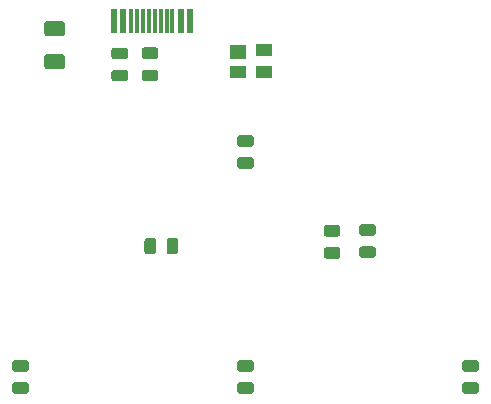
<source format=gtp>
G04 #@! TF.GenerationSoftware,KiCad,Pcbnew,(5.1.5)-3*
G04 #@! TF.CreationDate,2020-03-25T17:20:55+01:00*
G04 #@! TF.ProjectId,4Keys,344b6579-732e-46b6-9963-61645f706362,rev?*
G04 #@! TF.SameCoordinates,Original*
G04 #@! TF.FileFunction,Paste,Top*
G04 #@! TF.FilePolarity,Positive*
%FSLAX46Y46*%
G04 Gerber Fmt 4.6, Leading zero omitted, Abs format (unit mm)*
G04 Created by KiCad (PCBNEW (5.1.5)-3) date 2020-03-25 17:20:55*
%MOMM*%
%LPD*%
G04 APERTURE LIST*
%ADD10R,0.600000X2.000000*%
%ADD11R,0.300000X2.000000*%
%ADD12C,0.100000*%
%ADD13R,1.400000X1.000000*%
%ADD14R,1.400000X1.200000*%
G04 APERTURE END LIST*
D10*
X182512500Y-33370000D03*
X188962500Y-33370000D03*
X183287500Y-33370000D03*
X188187500Y-33370000D03*
D11*
X187487500Y-33370000D03*
X183987500Y-33370000D03*
X186987500Y-33370000D03*
X184487500Y-33370000D03*
X186487500Y-33370000D03*
X184987500Y-33370000D03*
X185487500Y-33370000D03*
X185987500Y-33370000D03*
D12*
G36*
X183500142Y-37508674D02*
G01*
X183523803Y-37512184D01*
X183547007Y-37517996D01*
X183569529Y-37526054D01*
X183591153Y-37536282D01*
X183611670Y-37548579D01*
X183630883Y-37562829D01*
X183648607Y-37578893D01*
X183664671Y-37596617D01*
X183678921Y-37615830D01*
X183691218Y-37636347D01*
X183701446Y-37657971D01*
X183709504Y-37680493D01*
X183715316Y-37703697D01*
X183718826Y-37727358D01*
X183720000Y-37751250D01*
X183720000Y-38238750D01*
X183718826Y-38262642D01*
X183715316Y-38286303D01*
X183709504Y-38309507D01*
X183701446Y-38332029D01*
X183691218Y-38353653D01*
X183678921Y-38374170D01*
X183664671Y-38393383D01*
X183648607Y-38411107D01*
X183630883Y-38427171D01*
X183611670Y-38441421D01*
X183591153Y-38453718D01*
X183569529Y-38463946D01*
X183547007Y-38472004D01*
X183523803Y-38477816D01*
X183500142Y-38481326D01*
X183476250Y-38482500D01*
X182563750Y-38482500D01*
X182539858Y-38481326D01*
X182516197Y-38477816D01*
X182492993Y-38472004D01*
X182470471Y-38463946D01*
X182448847Y-38453718D01*
X182428330Y-38441421D01*
X182409117Y-38427171D01*
X182391393Y-38411107D01*
X182375329Y-38393383D01*
X182361079Y-38374170D01*
X182348782Y-38353653D01*
X182338554Y-38332029D01*
X182330496Y-38309507D01*
X182324684Y-38286303D01*
X182321174Y-38262642D01*
X182320000Y-38238750D01*
X182320000Y-37751250D01*
X182321174Y-37727358D01*
X182324684Y-37703697D01*
X182330496Y-37680493D01*
X182338554Y-37657971D01*
X182348782Y-37636347D01*
X182361079Y-37615830D01*
X182375329Y-37596617D01*
X182391393Y-37578893D01*
X182409117Y-37562829D01*
X182428330Y-37548579D01*
X182448847Y-37536282D01*
X182470471Y-37526054D01*
X182492993Y-37517996D01*
X182516197Y-37512184D01*
X182539858Y-37508674D01*
X182563750Y-37507500D01*
X183476250Y-37507500D01*
X183500142Y-37508674D01*
G37*
G36*
X183500142Y-35633674D02*
G01*
X183523803Y-35637184D01*
X183547007Y-35642996D01*
X183569529Y-35651054D01*
X183591153Y-35661282D01*
X183611670Y-35673579D01*
X183630883Y-35687829D01*
X183648607Y-35703893D01*
X183664671Y-35721617D01*
X183678921Y-35740830D01*
X183691218Y-35761347D01*
X183701446Y-35782971D01*
X183709504Y-35805493D01*
X183715316Y-35828697D01*
X183718826Y-35852358D01*
X183720000Y-35876250D01*
X183720000Y-36363750D01*
X183718826Y-36387642D01*
X183715316Y-36411303D01*
X183709504Y-36434507D01*
X183701446Y-36457029D01*
X183691218Y-36478653D01*
X183678921Y-36499170D01*
X183664671Y-36518383D01*
X183648607Y-36536107D01*
X183630883Y-36552171D01*
X183611670Y-36566421D01*
X183591153Y-36578718D01*
X183569529Y-36588946D01*
X183547007Y-36597004D01*
X183523803Y-36602816D01*
X183500142Y-36606326D01*
X183476250Y-36607500D01*
X182563750Y-36607500D01*
X182539858Y-36606326D01*
X182516197Y-36602816D01*
X182492993Y-36597004D01*
X182470471Y-36588946D01*
X182448847Y-36578718D01*
X182428330Y-36566421D01*
X182409117Y-36552171D01*
X182391393Y-36536107D01*
X182375329Y-36518383D01*
X182361079Y-36499170D01*
X182348782Y-36478653D01*
X182338554Y-36457029D01*
X182330496Y-36434507D01*
X182324684Y-36411303D01*
X182321174Y-36387642D01*
X182320000Y-36363750D01*
X182320000Y-35876250D01*
X182321174Y-35852358D01*
X182324684Y-35828697D01*
X182330496Y-35805493D01*
X182338554Y-35782971D01*
X182348782Y-35761347D01*
X182361079Y-35740830D01*
X182375329Y-35721617D01*
X182391393Y-35703893D01*
X182409117Y-35687829D01*
X182428330Y-35673579D01*
X182448847Y-35661282D01*
X182470471Y-35651054D01*
X182492993Y-35642996D01*
X182516197Y-35637184D01*
X182539858Y-35633674D01*
X182563750Y-35632500D01*
X183476250Y-35632500D01*
X183500142Y-35633674D01*
G37*
G36*
X186070142Y-35603674D02*
G01*
X186093803Y-35607184D01*
X186117007Y-35612996D01*
X186139529Y-35621054D01*
X186161153Y-35631282D01*
X186181670Y-35643579D01*
X186200883Y-35657829D01*
X186218607Y-35673893D01*
X186234671Y-35691617D01*
X186248921Y-35710830D01*
X186261218Y-35731347D01*
X186271446Y-35752971D01*
X186279504Y-35775493D01*
X186285316Y-35798697D01*
X186288826Y-35822358D01*
X186290000Y-35846250D01*
X186290000Y-36333750D01*
X186288826Y-36357642D01*
X186285316Y-36381303D01*
X186279504Y-36404507D01*
X186271446Y-36427029D01*
X186261218Y-36448653D01*
X186248921Y-36469170D01*
X186234671Y-36488383D01*
X186218607Y-36506107D01*
X186200883Y-36522171D01*
X186181670Y-36536421D01*
X186161153Y-36548718D01*
X186139529Y-36558946D01*
X186117007Y-36567004D01*
X186093803Y-36572816D01*
X186070142Y-36576326D01*
X186046250Y-36577500D01*
X185133750Y-36577500D01*
X185109858Y-36576326D01*
X185086197Y-36572816D01*
X185062993Y-36567004D01*
X185040471Y-36558946D01*
X185018847Y-36548718D01*
X184998330Y-36536421D01*
X184979117Y-36522171D01*
X184961393Y-36506107D01*
X184945329Y-36488383D01*
X184931079Y-36469170D01*
X184918782Y-36448653D01*
X184908554Y-36427029D01*
X184900496Y-36404507D01*
X184894684Y-36381303D01*
X184891174Y-36357642D01*
X184890000Y-36333750D01*
X184890000Y-35846250D01*
X184891174Y-35822358D01*
X184894684Y-35798697D01*
X184900496Y-35775493D01*
X184908554Y-35752971D01*
X184918782Y-35731347D01*
X184931079Y-35710830D01*
X184945329Y-35691617D01*
X184961393Y-35673893D01*
X184979117Y-35657829D01*
X184998330Y-35643579D01*
X185018847Y-35631282D01*
X185040471Y-35621054D01*
X185062993Y-35612996D01*
X185086197Y-35607184D01*
X185109858Y-35603674D01*
X185133750Y-35602500D01*
X186046250Y-35602500D01*
X186070142Y-35603674D01*
G37*
G36*
X186070142Y-37478674D02*
G01*
X186093803Y-37482184D01*
X186117007Y-37487996D01*
X186139529Y-37496054D01*
X186161153Y-37506282D01*
X186181670Y-37518579D01*
X186200883Y-37532829D01*
X186218607Y-37548893D01*
X186234671Y-37566617D01*
X186248921Y-37585830D01*
X186261218Y-37606347D01*
X186271446Y-37627971D01*
X186279504Y-37650493D01*
X186285316Y-37673697D01*
X186288826Y-37697358D01*
X186290000Y-37721250D01*
X186290000Y-38208750D01*
X186288826Y-38232642D01*
X186285316Y-38256303D01*
X186279504Y-38279507D01*
X186271446Y-38302029D01*
X186261218Y-38323653D01*
X186248921Y-38344170D01*
X186234671Y-38363383D01*
X186218607Y-38381107D01*
X186200883Y-38397171D01*
X186181670Y-38411421D01*
X186161153Y-38423718D01*
X186139529Y-38433946D01*
X186117007Y-38442004D01*
X186093803Y-38447816D01*
X186070142Y-38451326D01*
X186046250Y-38452500D01*
X185133750Y-38452500D01*
X185109858Y-38451326D01*
X185086197Y-38447816D01*
X185062993Y-38442004D01*
X185040471Y-38433946D01*
X185018847Y-38423718D01*
X184998330Y-38411421D01*
X184979117Y-38397171D01*
X184961393Y-38381107D01*
X184945329Y-38363383D01*
X184931079Y-38344170D01*
X184918782Y-38323653D01*
X184908554Y-38302029D01*
X184900496Y-38279507D01*
X184894684Y-38256303D01*
X184891174Y-38232642D01*
X184890000Y-38208750D01*
X184890000Y-37721250D01*
X184891174Y-37697358D01*
X184894684Y-37673697D01*
X184900496Y-37650493D01*
X184908554Y-37627971D01*
X184918782Y-37606347D01*
X184931079Y-37585830D01*
X184945329Y-37566617D01*
X184961393Y-37548893D01*
X184979117Y-37532829D01*
X184998330Y-37518579D01*
X185018847Y-37506282D01*
X185040471Y-37496054D01*
X185062993Y-37487996D01*
X185086197Y-37482184D01*
X185109858Y-37478674D01*
X185133750Y-37477500D01*
X186046250Y-37477500D01*
X186070142Y-37478674D01*
G37*
G36*
X201480142Y-50638674D02*
G01*
X201503803Y-50642184D01*
X201527007Y-50647996D01*
X201549529Y-50656054D01*
X201571153Y-50666282D01*
X201591670Y-50678579D01*
X201610883Y-50692829D01*
X201628607Y-50708893D01*
X201644671Y-50726617D01*
X201658921Y-50745830D01*
X201671218Y-50766347D01*
X201681446Y-50787971D01*
X201689504Y-50810493D01*
X201695316Y-50833697D01*
X201698826Y-50857358D01*
X201700000Y-50881250D01*
X201700000Y-51368750D01*
X201698826Y-51392642D01*
X201695316Y-51416303D01*
X201689504Y-51439507D01*
X201681446Y-51462029D01*
X201671218Y-51483653D01*
X201658921Y-51504170D01*
X201644671Y-51523383D01*
X201628607Y-51541107D01*
X201610883Y-51557171D01*
X201591670Y-51571421D01*
X201571153Y-51583718D01*
X201549529Y-51593946D01*
X201527007Y-51602004D01*
X201503803Y-51607816D01*
X201480142Y-51611326D01*
X201456250Y-51612500D01*
X200543750Y-51612500D01*
X200519858Y-51611326D01*
X200496197Y-51607816D01*
X200472993Y-51602004D01*
X200450471Y-51593946D01*
X200428847Y-51583718D01*
X200408330Y-51571421D01*
X200389117Y-51557171D01*
X200371393Y-51541107D01*
X200355329Y-51523383D01*
X200341079Y-51504170D01*
X200328782Y-51483653D01*
X200318554Y-51462029D01*
X200310496Y-51439507D01*
X200304684Y-51416303D01*
X200301174Y-51392642D01*
X200300000Y-51368750D01*
X200300000Y-50881250D01*
X200301174Y-50857358D01*
X200304684Y-50833697D01*
X200310496Y-50810493D01*
X200318554Y-50787971D01*
X200328782Y-50766347D01*
X200341079Y-50745830D01*
X200355329Y-50726617D01*
X200371393Y-50708893D01*
X200389117Y-50692829D01*
X200408330Y-50678579D01*
X200428847Y-50666282D01*
X200450471Y-50656054D01*
X200472993Y-50647996D01*
X200496197Y-50642184D01*
X200519858Y-50638674D01*
X200543750Y-50637500D01*
X201456250Y-50637500D01*
X201480142Y-50638674D01*
G37*
G36*
X201480142Y-52513674D02*
G01*
X201503803Y-52517184D01*
X201527007Y-52522996D01*
X201549529Y-52531054D01*
X201571153Y-52541282D01*
X201591670Y-52553579D01*
X201610883Y-52567829D01*
X201628607Y-52583893D01*
X201644671Y-52601617D01*
X201658921Y-52620830D01*
X201671218Y-52641347D01*
X201681446Y-52662971D01*
X201689504Y-52685493D01*
X201695316Y-52708697D01*
X201698826Y-52732358D01*
X201700000Y-52756250D01*
X201700000Y-53243750D01*
X201698826Y-53267642D01*
X201695316Y-53291303D01*
X201689504Y-53314507D01*
X201681446Y-53337029D01*
X201671218Y-53358653D01*
X201658921Y-53379170D01*
X201644671Y-53398383D01*
X201628607Y-53416107D01*
X201610883Y-53432171D01*
X201591670Y-53446421D01*
X201571153Y-53458718D01*
X201549529Y-53468946D01*
X201527007Y-53477004D01*
X201503803Y-53482816D01*
X201480142Y-53486326D01*
X201456250Y-53487500D01*
X200543750Y-53487500D01*
X200519858Y-53486326D01*
X200496197Y-53482816D01*
X200472993Y-53477004D01*
X200450471Y-53468946D01*
X200428847Y-53458718D01*
X200408330Y-53446421D01*
X200389117Y-53432171D01*
X200371393Y-53416107D01*
X200355329Y-53398383D01*
X200341079Y-53379170D01*
X200328782Y-53358653D01*
X200318554Y-53337029D01*
X200310496Y-53314507D01*
X200304684Y-53291303D01*
X200301174Y-53267642D01*
X200300000Y-53243750D01*
X200300000Y-52756250D01*
X200301174Y-52732358D01*
X200304684Y-52708697D01*
X200310496Y-52685493D01*
X200318554Y-52662971D01*
X200328782Y-52641347D01*
X200341079Y-52620830D01*
X200355329Y-52601617D01*
X200371393Y-52583893D01*
X200389117Y-52567829D01*
X200408330Y-52553579D01*
X200428847Y-52541282D01*
X200450471Y-52531054D01*
X200472993Y-52522996D01*
X200496197Y-52517184D01*
X200519858Y-52513674D01*
X200543750Y-52512500D01*
X201456250Y-52512500D01*
X201480142Y-52513674D01*
G37*
G36*
X204480142Y-50576174D02*
G01*
X204503803Y-50579684D01*
X204527007Y-50585496D01*
X204549529Y-50593554D01*
X204571153Y-50603782D01*
X204591670Y-50616079D01*
X204610883Y-50630329D01*
X204628607Y-50646393D01*
X204644671Y-50664117D01*
X204658921Y-50683330D01*
X204671218Y-50703847D01*
X204681446Y-50725471D01*
X204689504Y-50747993D01*
X204695316Y-50771197D01*
X204698826Y-50794858D01*
X204700000Y-50818750D01*
X204700000Y-51306250D01*
X204698826Y-51330142D01*
X204695316Y-51353803D01*
X204689504Y-51377007D01*
X204681446Y-51399529D01*
X204671218Y-51421153D01*
X204658921Y-51441670D01*
X204644671Y-51460883D01*
X204628607Y-51478607D01*
X204610883Y-51494671D01*
X204591670Y-51508921D01*
X204571153Y-51521218D01*
X204549529Y-51531446D01*
X204527007Y-51539504D01*
X204503803Y-51545316D01*
X204480142Y-51548826D01*
X204456250Y-51550000D01*
X203543750Y-51550000D01*
X203519858Y-51548826D01*
X203496197Y-51545316D01*
X203472993Y-51539504D01*
X203450471Y-51531446D01*
X203428847Y-51521218D01*
X203408330Y-51508921D01*
X203389117Y-51494671D01*
X203371393Y-51478607D01*
X203355329Y-51460883D01*
X203341079Y-51441670D01*
X203328782Y-51421153D01*
X203318554Y-51399529D01*
X203310496Y-51377007D01*
X203304684Y-51353803D01*
X203301174Y-51330142D01*
X203300000Y-51306250D01*
X203300000Y-50818750D01*
X203301174Y-50794858D01*
X203304684Y-50771197D01*
X203310496Y-50747993D01*
X203318554Y-50725471D01*
X203328782Y-50703847D01*
X203341079Y-50683330D01*
X203355329Y-50664117D01*
X203371393Y-50646393D01*
X203389117Y-50630329D01*
X203408330Y-50616079D01*
X203428847Y-50603782D01*
X203450471Y-50593554D01*
X203472993Y-50585496D01*
X203496197Y-50579684D01*
X203519858Y-50576174D01*
X203543750Y-50575000D01*
X204456250Y-50575000D01*
X204480142Y-50576174D01*
G37*
G36*
X204480142Y-52451174D02*
G01*
X204503803Y-52454684D01*
X204527007Y-52460496D01*
X204549529Y-52468554D01*
X204571153Y-52478782D01*
X204591670Y-52491079D01*
X204610883Y-52505329D01*
X204628607Y-52521393D01*
X204644671Y-52539117D01*
X204658921Y-52558330D01*
X204671218Y-52578847D01*
X204681446Y-52600471D01*
X204689504Y-52622993D01*
X204695316Y-52646197D01*
X204698826Y-52669858D01*
X204700000Y-52693750D01*
X204700000Y-53181250D01*
X204698826Y-53205142D01*
X204695316Y-53228803D01*
X204689504Y-53252007D01*
X204681446Y-53274529D01*
X204671218Y-53296153D01*
X204658921Y-53316670D01*
X204644671Y-53335883D01*
X204628607Y-53353607D01*
X204610883Y-53369671D01*
X204591670Y-53383921D01*
X204571153Y-53396218D01*
X204549529Y-53406446D01*
X204527007Y-53414504D01*
X204503803Y-53420316D01*
X204480142Y-53423826D01*
X204456250Y-53425000D01*
X203543750Y-53425000D01*
X203519858Y-53423826D01*
X203496197Y-53420316D01*
X203472993Y-53414504D01*
X203450471Y-53406446D01*
X203428847Y-53396218D01*
X203408330Y-53383921D01*
X203389117Y-53369671D01*
X203371393Y-53353607D01*
X203355329Y-53335883D01*
X203341079Y-53316670D01*
X203328782Y-53296153D01*
X203318554Y-53274529D01*
X203310496Y-53252007D01*
X203304684Y-53228803D01*
X203301174Y-53205142D01*
X203300000Y-53181250D01*
X203300000Y-52693750D01*
X203301174Y-52669858D01*
X203304684Y-52646197D01*
X203310496Y-52622993D01*
X203318554Y-52600471D01*
X203328782Y-52578847D01*
X203341079Y-52558330D01*
X203355329Y-52539117D01*
X203371393Y-52521393D01*
X203389117Y-52505329D01*
X203408330Y-52491079D01*
X203428847Y-52478782D01*
X203450471Y-52468554D01*
X203472993Y-52460496D01*
X203496197Y-52454684D01*
X203519858Y-52451174D01*
X203543750Y-52450000D01*
X204456250Y-52450000D01*
X204480142Y-52451174D01*
G37*
G36*
X178149504Y-33376204D02*
G01*
X178173773Y-33379804D01*
X178197571Y-33385765D01*
X178220671Y-33394030D01*
X178242849Y-33404520D01*
X178263893Y-33417133D01*
X178283598Y-33431747D01*
X178301777Y-33448223D01*
X178318253Y-33466402D01*
X178332867Y-33486107D01*
X178345480Y-33507151D01*
X178355970Y-33529329D01*
X178364235Y-33552429D01*
X178370196Y-33576227D01*
X178373796Y-33600496D01*
X178375000Y-33625000D01*
X178375000Y-34375000D01*
X178373796Y-34399504D01*
X178370196Y-34423773D01*
X178364235Y-34447571D01*
X178355970Y-34470671D01*
X178345480Y-34492849D01*
X178332867Y-34513893D01*
X178318253Y-34533598D01*
X178301777Y-34551777D01*
X178283598Y-34568253D01*
X178263893Y-34582867D01*
X178242849Y-34595480D01*
X178220671Y-34605970D01*
X178197571Y-34614235D01*
X178173773Y-34620196D01*
X178149504Y-34623796D01*
X178125000Y-34625000D01*
X176875000Y-34625000D01*
X176850496Y-34623796D01*
X176826227Y-34620196D01*
X176802429Y-34614235D01*
X176779329Y-34605970D01*
X176757151Y-34595480D01*
X176736107Y-34582867D01*
X176716402Y-34568253D01*
X176698223Y-34551777D01*
X176681747Y-34533598D01*
X176667133Y-34513893D01*
X176654520Y-34492849D01*
X176644030Y-34470671D01*
X176635765Y-34447571D01*
X176629804Y-34423773D01*
X176626204Y-34399504D01*
X176625000Y-34375000D01*
X176625000Y-33625000D01*
X176626204Y-33600496D01*
X176629804Y-33576227D01*
X176635765Y-33552429D01*
X176644030Y-33529329D01*
X176654520Y-33507151D01*
X176667133Y-33486107D01*
X176681747Y-33466402D01*
X176698223Y-33448223D01*
X176716402Y-33431747D01*
X176736107Y-33417133D01*
X176757151Y-33404520D01*
X176779329Y-33394030D01*
X176802429Y-33385765D01*
X176826227Y-33379804D01*
X176850496Y-33376204D01*
X176875000Y-33375000D01*
X178125000Y-33375000D01*
X178149504Y-33376204D01*
G37*
G36*
X178149504Y-36176204D02*
G01*
X178173773Y-36179804D01*
X178197571Y-36185765D01*
X178220671Y-36194030D01*
X178242849Y-36204520D01*
X178263893Y-36217133D01*
X178283598Y-36231747D01*
X178301777Y-36248223D01*
X178318253Y-36266402D01*
X178332867Y-36286107D01*
X178345480Y-36307151D01*
X178355970Y-36329329D01*
X178364235Y-36352429D01*
X178370196Y-36376227D01*
X178373796Y-36400496D01*
X178375000Y-36425000D01*
X178375000Y-37175000D01*
X178373796Y-37199504D01*
X178370196Y-37223773D01*
X178364235Y-37247571D01*
X178355970Y-37270671D01*
X178345480Y-37292849D01*
X178332867Y-37313893D01*
X178318253Y-37333598D01*
X178301777Y-37351777D01*
X178283598Y-37368253D01*
X178263893Y-37382867D01*
X178242849Y-37395480D01*
X178220671Y-37405970D01*
X178197571Y-37414235D01*
X178173773Y-37420196D01*
X178149504Y-37423796D01*
X178125000Y-37425000D01*
X176875000Y-37425000D01*
X176850496Y-37423796D01*
X176826227Y-37420196D01*
X176802429Y-37414235D01*
X176779329Y-37405970D01*
X176757151Y-37395480D01*
X176736107Y-37382867D01*
X176716402Y-37368253D01*
X176698223Y-37351777D01*
X176681747Y-37333598D01*
X176667133Y-37313893D01*
X176654520Y-37292849D01*
X176644030Y-37270671D01*
X176635765Y-37247571D01*
X176629804Y-37223773D01*
X176626204Y-37199504D01*
X176625000Y-37175000D01*
X176625000Y-36425000D01*
X176626204Y-36400496D01*
X176629804Y-36376227D01*
X176635765Y-36352429D01*
X176644030Y-36329329D01*
X176654520Y-36307151D01*
X176667133Y-36286107D01*
X176681747Y-36266402D01*
X176698223Y-36248223D01*
X176716402Y-36231747D01*
X176736107Y-36217133D01*
X176757151Y-36204520D01*
X176779329Y-36194030D01*
X176802429Y-36185765D01*
X176826227Y-36179804D01*
X176850496Y-36176204D01*
X176875000Y-36175000D01*
X178125000Y-36175000D01*
X178149504Y-36176204D01*
G37*
G36*
X213205142Y-62076174D02*
G01*
X213228803Y-62079684D01*
X213252007Y-62085496D01*
X213274529Y-62093554D01*
X213296153Y-62103782D01*
X213316670Y-62116079D01*
X213335883Y-62130329D01*
X213353607Y-62146393D01*
X213369671Y-62164117D01*
X213383921Y-62183330D01*
X213396218Y-62203847D01*
X213406446Y-62225471D01*
X213414504Y-62247993D01*
X213420316Y-62271197D01*
X213423826Y-62294858D01*
X213425000Y-62318750D01*
X213425000Y-62806250D01*
X213423826Y-62830142D01*
X213420316Y-62853803D01*
X213414504Y-62877007D01*
X213406446Y-62899529D01*
X213396218Y-62921153D01*
X213383921Y-62941670D01*
X213369671Y-62960883D01*
X213353607Y-62978607D01*
X213335883Y-62994671D01*
X213316670Y-63008921D01*
X213296153Y-63021218D01*
X213274529Y-63031446D01*
X213252007Y-63039504D01*
X213228803Y-63045316D01*
X213205142Y-63048826D01*
X213181250Y-63050000D01*
X212268750Y-63050000D01*
X212244858Y-63048826D01*
X212221197Y-63045316D01*
X212197993Y-63039504D01*
X212175471Y-63031446D01*
X212153847Y-63021218D01*
X212133330Y-63008921D01*
X212114117Y-62994671D01*
X212096393Y-62978607D01*
X212080329Y-62960883D01*
X212066079Y-62941670D01*
X212053782Y-62921153D01*
X212043554Y-62899529D01*
X212035496Y-62877007D01*
X212029684Y-62853803D01*
X212026174Y-62830142D01*
X212025000Y-62806250D01*
X212025000Y-62318750D01*
X212026174Y-62294858D01*
X212029684Y-62271197D01*
X212035496Y-62247993D01*
X212043554Y-62225471D01*
X212053782Y-62203847D01*
X212066079Y-62183330D01*
X212080329Y-62164117D01*
X212096393Y-62146393D01*
X212114117Y-62130329D01*
X212133330Y-62116079D01*
X212153847Y-62103782D01*
X212175471Y-62093554D01*
X212197993Y-62085496D01*
X212221197Y-62079684D01*
X212244858Y-62076174D01*
X212268750Y-62075000D01*
X213181250Y-62075000D01*
X213205142Y-62076174D01*
G37*
G36*
X213205142Y-63951174D02*
G01*
X213228803Y-63954684D01*
X213252007Y-63960496D01*
X213274529Y-63968554D01*
X213296153Y-63978782D01*
X213316670Y-63991079D01*
X213335883Y-64005329D01*
X213353607Y-64021393D01*
X213369671Y-64039117D01*
X213383921Y-64058330D01*
X213396218Y-64078847D01*
X213406446Y-64100471D01*
X213414504Y-64122993D01*
X213420316Y-64146197D01*
X213423826Y-64169858D01*
X213425000Y-64193750D01*
X213425000Y-64681250D01*
X213423826Y-64705142D01*
X213420316Y-64728803D01*
X213414504Y-64752007D01*
X213406446Y-64774529D01*
X213396218Y-64796153D01*
X213383921Y-64816670D01*
X213369671Y-64835883D01*
X213353607Y-64853607D01*
X213335883Y-64869671D01*
X213316670Y-64883921D01*
X213296153Y-64896218D01*
X213274529Y-64906446D01*
X213252007Y-64914504D01*
X213228803Y-64920316D01*
X213205142Y-64923826D01*
X213181250Y-64925000D01*
X212268750Y-64925000D01*
X212244858Y-64923826D01*
X212221197Y-64920316D01*
X212197993Y-64914504D01*
X212175471Y-64906446D01*
X212153847Y-64896218D01*
X212133330Y-64883921D01*
X212114117Y-64869671D01*
X212096393Y-64853607D01*
X212080329Y-64835883D01*
X212066079Y-64816670D01*
X212053782Y-64796153D01*
X212043554Y-64774529D01*
X212035496Y-64752007D01*
X212029684Y-64728803D01*
X212026174Y-64705142D01*
X212025000Y-64681250D01*
X212025000Y-64193750D01*
X212026174Y-64169858D01*
X212029684Y-64146197D01*
X212035496Y-64122993D01*
X212043554Y-64100471D01*
X212053782Y-64078847D01*
X212066079Y-64058330D01*
X212080329Y-64039117D01*
X212096393Y-64021393D01*
X212114117Y-64005329D01*
X212133330Y-63991079D01*
X212153847Y-63978782D01*
X212175471Y-63968554D01*
X212197993Y-63960496D01*
X212221197Y-63954684D01*
X212244858Y-63951174D01*
X212268750Y-63950000D01*
X213181250Y-63950000D01*
X213205142Y-63951174D01*
G37*
G36*
X175105142Y-62076174D02*
G01*
X175128803Y-62079684D01*
X175152007Y-62085496D01*
X175174529Y-62093554D01*
X175196153Y-62103782D01*
X175216670Y-62116079D01*
X175235883Y-62130329D01*
X175253607Y-62146393D01*
X175269671Y-62164117D01*
X175283921Y-62183330D01*
X175296218Y-62203847D01*
X175306446Y-62225471D01*
X175314504Y-62247993D01*
X175320316Y-62271197D01*
X175323826Y-62294858D01*
X175325000Y-62318750D01*
X175325000Y-62806250D01*
X175323826Y-62830142D01*
X175320316Y-62853803D01*
X175314504Y-62877007D01*
X175306446Y-62899529D01*
X175296218Y-62921153D01*
X175283921Y-62941670D01*
X175269671Y-62960883D01*
X175253607Y-62978607D01*
X175235883Y-62994671D01*
X175216670Y-63008921D01*
X175196153Y-63021218D01*
X175174529Y-63031446D01*
X175152007Y-63039504D01*
X175128803Y-63045316D01*
X175105142Y-63048826D01*
X175081250Y-63050000D01*
X174168750Y-63050000D01*
X174144858Y-63048826D01*
X174121197Y-63045316D01*
X174097993Y-63039504D01*
X174075471Y-63031446D01*
X174053847Y-63021218D01*
X174033330Y-63008921D01*
X174014117Y-62994671D01*
X173996393Y-62978607D01*
X173980329Y-62960883D01*
X173966079Y-62941670D01*
X173953782Y-62921153D01*
X173943554Y-62899529D01*
X173935496Y-62877007D01*
X173929684Y-62853803D01*
X173926174Y-62830142D01*
X173925000Y-62806250D01*
X173925000Y-62318750D01*
X173926174Y-62294858D01*
X173929684Y-62271197D01*
X173935496Y-62247993D01*
X173943554Y-62225471D01*
X173953782Y-62203847D01*
X173966079Y-62183330D01*
X173980329Y-62164117D01*
X173996393Y-62146393D01*
X174014117Y-62130329D01*
X174033330Y-62116079D01*
X174053847Y-62103782D01*
X174075471Y-62093554D01*
X174097993Y-62085496D01*
X174121197Y-62079684D01*
X174144858Y-62076174D01*
X174168750Y-62075000D01*
X175081250Y-62075000D01*
X175105142Y-62076174D01*
G37*
G36*
X175105142Y-63951174D02*
G01*
X175128803Y-63954684D01*
X175152007Y-63960496D01*
X175174529Y-63968554D01*
X175196153Y-63978782D01*
X175216670Y-63991079D01*
X175235883Y-64005329D01*
X175253607Y-64021393D01*
X175269671Y-64039117D01*
X175283921Y-64058330D01*
X175296218Y-64078847D01*
X175306446Y-64100471D01*
X175314504Y-64122993D01*
X175320316Y-64146197D01*
X175323826Y-64169858D01*
X175325000Y-64193750D01*
X175325000Y-64681250D01*
X175323826Y-64705142D01*
X175320316Y-64728803D01*
X175314504Y-64752007D01*
X175306446Y-64774529D01*
X175296218Y-64796153D01*
X175283921Y-64816670D01*
X175269671Y-64835883D01*
X175253607Y-64853607D01*
X175235883Y-64869671D01*
X175216670Y-64883921D01*
X175196153Y-64896218D01*
X175174529Y-64906446D01*
X175152007Y-64914504D01*
X175128803Y-64920316D01*
X175105142Y-64923826D01*
X175081250Y-64925000D01*
X174168750Y-64925000D01*
X174144858Y-64923826D01*
X174121197Y-64920316D01*
X174097993Y-64914504D01*
X174075471Y-64906446D01*
X174053847Y-64896218D01*
X174033330Y-64883921D01*
X174014117Y-64869671D01*
X173996393Y-64853607D01*
X173980329Y-64835883D01*
X173966079Y-64816670D01*
X173953782Y-64796153D01*
X173943554Y-64774529D01*
X173935496Y-64752007D01*
X173929684Y-64728803D01*
X173926174Y-64705142D01*
X173925000Y-64681250D01*
X173925000Y-64193750D01*
X173926174Y-64169858D01*
X173929684Y-64146197D01*
X173935496Y-64122993D01*
X173943554Y-64100471D01*
X173953782Y-64078847D01*
X173966079Y-64058330D01*
X173980329Y-64039117D01*
X173996393Y-64021393D01*
X174014117Y-64005329D01*
X174033330Y-63991079D01*
X174053847Y-63978782D01*
X174075471Y-63968554D01*
X174097993Y-63960496D01*
X174121197Y-63954684D01*
X174144858Y-63951174D01*
X174168750Y-63950000D01*
X175081250Y-63950000D01*
X175105142Y-63951174D01*
G37*
G36*
X194155142Y-62076174D02*
G01*
X194178803Y-62079684D01*
X194202007Y-62085496D01*
X194224529Y-62093554D01*
X194246153Y-62103782D01*
X194266670Y-62116079D01*
X194285883Y-62130329D01*
X194303607Y-62146393D01*
X194319671Y-62164117D01*
X194333921Y-62183330D01*
X194346218Y-62203847D01*
X194356446Y-62225471D01*
X194364504Y-62247993D01*
X194370316Y-62271197D01*
X194373826Y-62294858D01*
X194375000Y-62318750D01*
X194375000Y-62806250D01*
X194373826Y-62830142D01*
X194370316Y-62853803D01*
X194364504Y-62877007D01*
X194356446Y-62899529D01*
X194346218Y-62921153D01*
X194333921Y-62941670D01*
X194319671Y-62960883D01*
X194303607Y-62978607D01*
X194285883Y-62994671D01*
X194266670Y-63008921D01*
X194246153Y-63021218D01*
X194224529Y-63031446D01*
X194202007Y-63039504D01*
X194178803Y-63045316D01*
X194155142Y-63048826D01*
X194131250Y-63050000D01*
X193218750Y-63050000D01*
X193194858Y-63048826D01*
X193171197Y-63045316D01*
X193147993Y-63039504D01*
X193125471Y-63031446D01*
X193103847Y-63021218D01*
X193083330Y-63008921D01*
X193064117Y-62994671D01*
X193046393Y-62978607D01*
X193030329Y-62960883D01*
X193016079Y-62941670D01*
X193003782Y-62921153D01*
X192993554Y-62899529D01*
X192985496Y-62877007D01*
X192979684Y-62853803D01*
X192976174Y-62830142D01*
X192975000Y-62806250D01*
X192975000Y-62318750D01*
X192976174Y-62294858D01*
X192979684Y-62271197D01*
X192985496Y-62247993D01*
X192993554Y-62225471D01*
X193003782Y-62203847D01*
X193016079Y-62183330D01*
X193030329Y-62164117D01*
X193046393Y-62146393D01*
X193064117Y-62130329D01*
X193083330Y-62116079D01*
X193103847Y-62103782D01*
X193125471Y-62093554D01*
X193147993Y-62085496D01*
X193171197Y-62079684D01*
X193194858Y-62076174D01*
X193218750Y-62075000D01*
X194131250Y-62075000D01*
X194155142Y-62076174D01*
G37*
G36*
X194155142Y-63951174D02*
G01*
X194178803Y-63954684D01*
X194202007Y-63960496D01*
X194224529Y-63968554D01*
X194246153Y-63978782D01*
X194266670Y-63991079D01*
X194285883Y-64005329D01*
X194303607Y-64021393D01*
X194319671Y-64039117D01*
X194333921Y-64058330D01*
X194346218Y-64078847D01*
X194356446Y-64100471D01*
X194364504Y-64122993D01*
X194370316Y-64146197D01*
X194373826Y-64169858D01*
X194375000Y-64193750D01*
X194375000Y-64681250D01*
X194373826Y-64705142D01*
X194370316Y-64728803D01*
X194364504Y-64752007D01*
X194356446Y-64774529D01*
X194346218Y-64796153D01*
X194333921Y-64816670D01*
X194319671Y-64835883D01*
X194303607Y-64853607D01*
X194285883Y-64869671D01*
X194266670Y-64883921D01*
X194246153Y-64896218D01*
X194224529Y-64906446D01*
X194202007Y-64914504D01*
X194178803Y-64920316D01*
X194155142Y-64923826D01*
X194131250Y-64925000D01*
X193218750Y-64925000D01*
X193194858Y-64923826D01*
X193171197Y-64920316D01*
X193147993Y-64914504D01*
X193125471Y-64906446D01*
X193103847Y-64896218D01*
X193083330Y-64883921D01*
X193064117Y-64869671D01*
X193046393Y-64853607D01*
X193030329Y-64835883D01*
X193016079Y-64816670D01*
X193003782Y-64796153D01*
X192993554Y-64774529D01*
X192985496Y-64752007D01*
X192979684Y-64728803D01*
X192976174Y-64705142D01*
X192975000Y-64681250D01*
X192975000Y-64193750D01*
X192976174Y-64169858D01*
X192979684Y-64146197D01*
X192985496Y-64122993D01*
X192993554Y-64100471D01*
X193003782Y-64078847D01*
X193016079Y-64058330D01*
X193030329Y-64039117D01*
X193046393Y-64021393D01*
X193064117Y-64005329D01*
X193083330Y-63991079D01*
X193103847Y-63978782D01*
X193125471Y-63968554D01*
X193147993Y-63960496D01*
X193171197Y-63954684D01*
X193194858Y-63951174D01*
X193218750Y-63950000D01*
X194131250Y-63950000D01*
X194155142Y-63951174D01*
G37*
G36*
X194155142Y-43026174D02*
G01*
X194178803Y-43029684D01*
X194202007Y-43035496D01*
X194224529Y-43043554D01*
X194246153Y-43053782D01*
X194266670Y-43066079D01*
X194285883Y-43080329D01*
X194303607Y-43096393D01*
X194319671Y-43114117D01*
X194333921Y-43133330D01*
X194346218Y-43153847D01*
X194356446Y-43175471D01*
X194364504Y-43197993D01*
X194370316Y-43221197D01*
X194373826Y-43244858D01*
X194375000Y-43268750D01*
X194375000Y-43756250D01*
X194373826Y-43780142D01*
X194370316Y-43803803D01*
X194364504Y-43827007D01*
X194356446Y-43849529D01*
X194346218Y-43871153D01*
X194333921Y-43891670D01*
X194319671Y-43910883D01*
X194303607Y-43928607D01*
X194285883Y-43944671D01*
X194266670Y-43958921D01*
X194246153Y-43971218D01*
X194224529Y-43981446D01*
X194202007Y-43989504D01*
X194178803Y-43995316D01*
X194155142Y-43998826D01*
X194131250Y-44000000D01*
X193218750Y-44000000D01*
X193194858Y-43998826D01*
X193171197Y-43995316D01*
X193147993Y-43989504D01*
X193125471Y-43981446D01*
X193103847Y-43971218D01*
X193083330Y-43958921D01*
X193064117Y-43944671D01*
X193046393Y-43928607D01*
X193030329Y-43910883D01*
X193016079Y-43891670D01*
X193003782Y-43871153D01*
X192993554Y-43849529D01*
X192985496Y-43827007D01*
X192979684Y-43803803D01*
X192976174Y-43780142D01*
X192975000Y-43756250D01*
X192975000Y-43268750D01*
X192976174Y-43244858D01*
X192979684Y-43221197D01*
X192985496Y-43197993D01*
X192993554Y-43175471D01*
X193003782Y-43153847D01*
X193016079Y-43133330D01*
X193030329Y-43114117D01*
X193046393Y-43096393D01*
X193064117Y-43080329D01*
X193083330Y-43066079D01*
X193103847Y-43053782D01*
X193125471Y-43043554D01*
X193147993Y-43035496D01*
X193171197Y-43029684D01*
X193194858Y-43026174D01*
X193218750Y-43025000D01*
X194131250Y-43025000D01*
X194155142Y-43026174D01*
G37*
G36*
X194155142Y-44901174D02*
G01*
X194178803Y-44904684D01*
X194202007Y-44910496D01*
X194224529Y-44918554D01*
X194246153Y-44928782D01*
X194266670Y-44941079D01*
X194285883Y-44955329D01*
X194303607Y-44971393D01*
X194319671Y-44989117D01*
X194333921Y-45008330D01*
X194346218Y-45028847D01*
X194356446Y-45050471D01*
X194364504Y-45072993D01*
X194370316Y-45096197D01*
X194373826Y-45119858D01*
X194375000Y-45143750D01*
X194375000Y-45631250D01*
X194373826Y-45655142D01*
X194370316Y-45678803D01*
X194364504Y-45702007D01*
X194356446Y-45724529D01*
X194346218Y-45746153D01*
X194333921Y-45766670D01*
X194319671Y-45785883D01*
X194303607Y-45803607D01*
X194285883Y-45819671D01*
X194266670Y-45833921D01*
X194246153Y-45846218D01*
X194224529Y-45856446D01*
X194202007Y-45864504D01*
X194178803Y-45870316D01*
X194155142Y-45873826D01*
X194131250Y-45875000D01*
X193218750Y-45875000D01*
X193194858Y-45873826D01*
X193171197Y-45870316D01*
X193147993Y-45864504D01*
X193125471Y-45856446D01*
X193103847Y-45846218D01*
X193083330Y-45833921D01*
X193064117Y-45819671D01*
X193046393Y-45803607D01*
X193030329Y-45785883D01*
X193016079Y-45766670D01*
X193003782Y-45746153D01*
X192993554Y-45724529D01*
X192985496Y-45702007D01*
X192979684Y-45678803D01*
X192976174Y-45655142D01*
X192975000Y-45631250D01*
X192975000Y-45143750D01*
X192976174Y-45119858D01*
X192979684Y-45096197D01*
X192985496Y-45072993D01*
X192993554Y-45050471D01*
X193003782Y-45028847D01*
X193016079Y-45008330D01*
X193030329Y-44989117D01*
X193046393Y-44971393D01*
X193064117Y-44955329D01*
X193083330Y-44941079D01*
X193103847Y-44928782D01*
X193125471Y-44918554D01*
X193147993Y-44910496D01*
X193171197Y-44904684D01*
X193194858Y-44901174D01*
X193218750Y-44900000D01*
X194131250Y-44900000D01*
X194155142Y-44901174D01*
G37*
D13*
X195200000Y-35820000D03*
X195200000Y-37720000D03*
X193000000Y-37720000D03*
D14*
X193000000Y-36000000D03*
D12*
G36*
X185872642Y-51731174D02*
G01*
X185896303Y-51734684D01*
X185919507Y-51740496D01*
X185942029Y-51748554D01*
X185963653Y-51758782D01*
X185984170Y-51771079D01*
X186003383Y-51785329D01*
X186021107Y-51801393D01*
X186037171Y-51819117D01*
X186051421Y-51838330D01*
X186063718Y-51858847D01*
X186073946Y-51880471D01*
X186082004Y-51902993D01*
X186087816Y-51926197D01*
X186091326Y-51949858D01*
X186092500Y-51973750D01*
X186092500Y-52886250D01*
X186091326Y-52910142D01*
X186087816Y-52933803D01*
X186082004Y-52957007D01*
X186073946Y-52979529D01*
X186063718Y-53001153D01*
X186051421Y-53021670D01*
X186037171Y-53040883D01*
X186021107Y-53058607D01*
X186003383Y-53074671D01*
X185984170Y-53088921D01*
X185963653Y-53101218D01*
X185942029Y-53111446D01*
X185919507Y-53119504D01*
X185896303Y-53125316D01*
X185872642Y-53128826D01*
X185848750Y-53130000D01*
X185361250Y-53130000D01*
X185337358Y-53128826D01*
X185313697Y-53125316D01*
X185290493Y-53119504D01*
X185267971Y-53111446D01*
X185246347Y-53101218D01*
X185225830Y-53088921D01*
X185206617Y-53074671D01*
X185188893Y-53058607D01*
X185172829Y-53040883D01*
X185158579Y-53021670D01*
X185146282Y-53001153D01*
X185136054Y-52979529D01*
X185127996Y-52957007D01*
X185122184Y-52933803D01*
X185118674Y-52910142D01*
X185117500Y-52886250D01*
X185117500Y-51973750D01*
X185118674Y-51949858D01*
X185122184Y-51926197D01*
X185127996Y-51902993D01*
X185136054Y-51880471D01*
X185146282Y-51858847D01*
X185158579Y-51838330D01*
X185172829Y-51819117D01*
X185188893Y-51801393D01*
X185206617Y-51785329D01*
X185225830Y-51771079D01*
X185246347Y-51758782D01*
X185267971Y-51748554D01*
X185290493Y-51740496D01*
X185313697Y-51734684D01*
X185337358Y-51731174D01*
X185361250Y-51730000D01*
X185848750Y-51730000D01*
X185872642Y-51731174D01*
G37*
G36*
X187747642Y-51731174D02*
G01*
X187771303Y-51734684D01*
X187794507Y-51740496D01*
X187817029Y-51748554D01*
X187838653Y-51758782D01*
X187859170Y-51771079D01*
X187878383Y-51785329D01*
X187896107Y-51801393D01*
X187912171Y-51819117D01*
X187926421Y-51838330D01*
X187938718Y-51858847D01*
X187948946Y-51880471D01*
X187957004Y-51902993D01*
X187962816Y-51926197D01*
X187966326Y-51949858D01*
X187967500Y-51973750D01*
X187967500Y-52886250D01*
X187966326Y-52910142D01*
X187962816Y-52933803D01*
X187957004Y-52957007D01*
X187948946Y-52979529D01*
X187938718Y-53001153D01*
X187926421Y-53021670D01*
X187912171Y-53040883D01*
X187896107Y-53058607D01*
X187878383Y-53074671D01*
X187859170Y-53088921D01*
X187838653Y-53101218D01*
X187817029Y-53111446D01*
X187794507Y-53119504D01*
X187771303Y-53125316D01*
X187747642Y-53128826D01*
X187723750Y-53130000D01*
X187236250Y-53130000D01*
X187212358Y-53128826D01*
X187188697Y-53125316D01*
X187165493Y-53119504D01*
X187142971Y-53111446D01*
X187121347Y-53101218D01*
X187100830Y-53088921D01*
X187081617Y-53074671D01*
X187063893Y-53058607D01*
X187047829Y-53040883D01*
X187033579Y-53021670D01*
X187021282Y-53001153D01*
X187011054Y-52979529D01*
X187002996Y-52957007D01*
X186997184Y-52933803D01*
X186993674Y-52910142D01*
X186992500Y-52886250D01*
X186992500Y-51973750D01*
X186993674Y-51949858D01*
X186997184Y-51926197D01*
X187002996Y-51902993D01*
X187011054Y-51880471D01*
X187021282Y-51858847D01*
X187033579Y-51838330D01*
X187047829Y-51819117D01*
X187063893Y-51801393D01*
X187081617Y-51785329D01*
X187100830Y-51771079D01*
X187121347Y-51758782D01*
X187142971Y-51748554D01*
X187165493Y-51740496D01*
X187188697Y-51734684D01*
X187212358Y-51731174D01*
X187236250Y-51730000D01*
X187723750Y-51730000D01*
X187747642Y-51731174D01*
G37*
M02*

</source>
